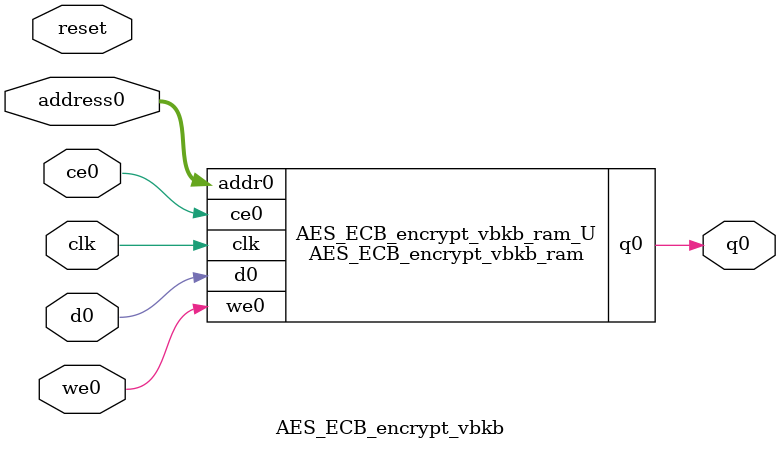
<source format=v>
`timescale 1 ns / 1 ps
module AES_ECB_encrypt_vbkb_ram (addr0, ce0, d0, we0, q0,  clk);

parameter DWIDTH = 1;
parameter AWIDTH = 4;
parameter MEM_SIZE = 16;

input[AWIDTH-1:0] addr0;
input ce0;
input[DWIDTH-1:0] d0;
input we0;
output reg[DWIDTH-1:0] q0;
input clk;

(* ram_style = "distributed" *)reg [DWIDTH-1:0] ram[0:MEM_SIZE-1];




always @(posedge clk)  
begin 
    if (ce0) 
    begin
        if (we0) 
        begin 
            ram[addr0] <= d0; 
        end 
        q0 <= ram[addr0];
    end
end


endmodule

`timescale 1 ns / 1 ps
module AES_ECB_encrypt_vbkb(
    reset,
    clk,
    address0,
    ce0,
    we0,
    d0,
    q0);

parameter DataWidth = 32'd1;
parameter AddressRange = 32'd16;
parameter AddressWidth = 32'd4;
input reset;
input clk;
input[AddressWidth - 1:0] address0;
input ce0;
input we0;
input[DataWidth - 1:0] d0;
output[DataWidth - 1:0] q0;



AES_ECB_encrypt_vbkb_ram AES_ECB_encrypt_vbkb_ram_U(
    .clk( clk ),
    .addr0( address0 ),
    .ce0( ce0 ),
    .we0( we0 ),
    .d0( d0 ),
    .q0( q0 ));

endmodule


</source>
